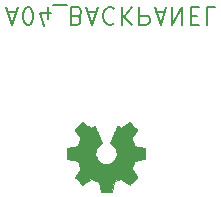
<source format=gbr>
G04 #@! TF.GenerationSoftware,KiCad,Pcbnew,5.1.5-52549c5~86~ubuntu18.04.1*
G04 #@! TF.CreationDate,2020-08-28T16:47:41-05:00*
G04 #@! TF.ProjectId,A04,4130342e-6b69-4636-9164-5f7063625858,rev?*
G04 #@! TF.SameCoordinates,Original*
G04 #@! TF.FileFunction,Legend,Bot*
G04 #@! TF.FilePolarity,Positive*
%FSLAX46Y46*%
G04 Gerber Fmt 4.6, Leading zero omitted, Abs format (unit mm)*
G04 Created by KiCad (PCBNEW 5.1.5-52549c5~86~ubuntu18.04.1) date 2020-08-28 16:47:41*
%MOMM*%
%LPD*%
G04 APERTURE LIST*
%ADD10C,0.150000*%
%ADD11C,0.010000*%
G04 APERTURE END LIST*
D10*
X30528714Y-27258200D02*
X31243000Y-27258200D01*
X30385857Y-26829628D02*
X30885857Y-28329628D01*
X31385857Y-26829628D01*
X32171571Y-28329628D02*
X32314428Y-28329628D01*
X32457285Y-28258200D01*
X32528714Y-28186771D01*
X32600142Y-28043914D01*
X32671571Y-27758200D01*
X32671571Y-27401057D01*
X32600142Y-27115342D01*
X32528714Y-26972485D01*
X32457285Y-26901057D01*
X32314428Y-26829628D01*
X32171571Y-26829628D01*
X32028714Y-26901057D01*
X31957285Y-26972485D01*
X31885857Y-27115342D01*
X31814428Y-27401057D01*
X31814428Y-27758200D01*
X31885857Y-28043914D01*
X31957285Y-28186771D01*
X32028714Y-28258200D01*
X32171571Y-28329628D01*
X33957285Y-27829628D02*
X33957285Y-26829628D01*
X33600142Y-28401057D02*
X33243000Y-27329628D01*
X34171571Y-27329628D01*
X34385857Y-26686771D02*
X35528714Y-26686771D01*
X36385857Y-27615342D02*
X36600142Y-27543914D01*
X36671571Y-27472485D01*
X36743000Y-27329628D01*
X36743000Y-27115342D01*
X36671571Y-26972485D01*
X36600142Y-26901057D01*
X36457285Y-26829628D01*
X35885857Y-26829628D01*
X35885857Y-28329628D01*
X36385857Y-28329628D01*
X36528714Y-28258200D01*
X36600142Y-28186771D01*
X36671571Y-28043914D01*
X36671571Y-27901057D01*
X36600142Y-27758200D01*
X36528714Y-27686771D01*
X36385857Y-27615342D01*
X35885857Y-27615342D01*
X37314428Y-27258200D02*
X38028714Y-27258200D01*
X37171571Y-26829628D02*
X37671571Y-28329628D01*
X38171571Y-26829628D01*
X39528714Y-26972485D02*
X39457285Y-26901057D01*
X39243000Y-26829628D01*
X39100142Y-26829628D01*
X38885857Y-26901057D01*
X38743000Y-27043914D01*
X38671571Y-27186771D01*
X38600142Y-27472485D01*
X38600142Y-27686771D01*
X38671571Y-27972485D01*
X38743000Y-28115342D01*
X38885857Y-28258200D01*
X39100142Y-28329628D01*
X39243000Y-28329628D01*
X39457285Y-28258200D01*
X39528714Y-28186771D01*
X40171571Y-26829628D02*
X40171571Y-28329628D01*
X41028714Y-26829628D02*
X40385857Y-27686771D01*
X41028714Y-28329628D02*
X40171571Y-27472485D01*
X41671571Y-26829628D02*
X41671571Y-28329628D01*
X42243000Y-28329628D01*
X42385857Y-28258200D01*
X42457285Y-28186771D01*
X42528714Y-28043914D01*
X42528714Y-27829628D01*
X42457285Y-27686771D01*
X42385857Y-27615342D01*
X42243000Y-27543914D01*
X41671571Y-27543914D01*
X43100142Y-27258200D02*
X43814428Y-27258200D01*
X42957285Y-26829628D02*
X43457285Y-28329628D01*
X43957285Y-26829628D01*
X44457285Y-26829628D02*
X44457285Y-28329628D01*
X45314428Y-26829628D01*
X45314428Y-28329628D01*
X46028714Y-27615342D02*
X46528714Y-27615342D01*
X46743000Y-26829628D02*
X46028714Y-26829628D01*
X46028714Y-28329628D01*
X46743000Y-28329628D01*
X48100142Y-26829628D02*
X47385857Y-26829628D01*
X47385857Y-28329628D01*
D11*
G36*
X39392414Y-42053469D02*
G01*
X39476235Y-41608845D01*
X39785520Y-41481347D01*
X40094806Y-41353849D01*
X40465846Y-41606154D01*
X40569757Y-41676404D01*
X40663687Y-41739128D01*
X40743252Y-41791462D01*
X40804070Y-41830543D01*
X40841757Y-41853507D01*
X40852021Y-41858458D01*
X40870510Y-41845724D01*
X40910020Y-41810518D01*
X40966122Y-41757338D01*
X41034387Y-41690682D01*
X41110386Y-41615046D01*
X41189692Y-41534928D01*
X41267875Y-41454826D01*
X41340507Y-41379236D01*
X41403159Y-41312655D01*
X41451403Y-41259582D01*
X41480810Y-41224513D01*
X41487841Y-41212777D01*
X41477723Y-41191140D01*
X41449359Y-41143738D01*
X41405729Y-41075207D01*
X41349818Y-40990185D01*
X41284606Y-40893307D01*
X41246819Y-40838050D01*
X41177943Y-40737152D01*
X41116740Y-40646101D01*
X41066178Y-40569430D01*
X41029228Y-40511672D01*
X41008858Y-40477357D01*
X41005797Y-40470146D01*
X41012736Y-40449652D01*
X41031651Y-40401887D01*
X41059687Y-40333568D01*
X41093991Y-40251411D01*
X41131709Y-40162130D01*
X41169987Y-40072442D01*
X41205970Y-39989062D01*
X41236806Y-39918706D01*
X41259639Y-39868090D01*
X41271617Y-39843929D01*
X41272324Y-39842978D01*
X41291131Y-39838364D01*
X41341218Y-39828072D01*
X41417393Y-39813113D01*
X41514465Y-39794499D01*
X41627243Y-39773241D01*
X41693042Y-39760982D01*
X41813550Y-39738038D01*
X41922397Y-39716205D01*
X42014076Y-39696678D01*
X42083081Y-39680652D01*
X42123904Y-39669321D01*
X42132111Y-39665726D01*
X42140148Y-39641394D01*
X42146633Y-39586441D01*
X42151570Y-39507292D01*
X42154964Y-39410374D01*
X42156818Y-39302113D01*
X42157138Y-39188935D01*
X42155927Y-39077265D01*
X42153190Y-38973532D01*
X42148931Y-38884159D01*
X42143155Y-38815574D01*
X42135867Y-38774203D01*
X42131495Y-38765590D01*
X42105364Y-38755267D01*
X42049993Y-38740508D01*
X41972707Y-38723048D01*
X41880830Y-38704620D01*
X41848758Y-38698659D01*
X41694124Y-38670334D01*
X41571975Y-38647524D01*
X41478273Y-38629320D01*
X41408984Y-38614817D01*
X41360071Y-38603108D01*
X41327497Y-38593285D01*
X41307228Y-38584444D01*
X41295226Y-38575676D01*
X41293547Y-38573943D01*
X41276784Y-38546029D01*
X41251214Y-38491705D01*
X41219388Y-38417623D01*
X41183860Y-38330435D01*
X41147183Y-38236792D01*
X41111911Y-38143348D01*
X41080596Y-38056753D01*
X41055793Y-37983660D01*
X41040054Y-37930722D01*
X41035932Y-37904589D01*
X41036276Y-37903674D01*
X41050241Y-37882314D01*
X41081922Y-37835316D01*
X41127991Y-37767573D01*
X41185118Y-37683977D01*
X41249973Y-37589418D01*
X41268443Y-37562546D01*
X41334299Y-37465125D01*
X41392250Y-37376237D01*
X41439138Y-37300988D01*
X41471807Y-37244480D01*
X41487100Y-37211819D01*
X41487841Y-37207807D01*
X41474992Y-37186716D01*
X41439488Y-37144936D01*
X41385893Y-37086955D01*
X41318771Y-37017265D01*
X41242687Y-36940355D01*
X41162204Y-36860717D01*
X41081887Y-36782839D01*
X41006299Y-36711214D01*
X40940005Y-36650330D01*
X40887569Y-36604679D01*
X40853555Y-36578750D01*
X40844145Y-36574517D01*
X40822243Y-36584488D01*
X40777400Y-36611380D01*
X40716921Y-36650664D01*
X40670389Y-36682283D01*
X40586075Y-36740302D01*
X40486226Y-36808616D01*
X40386073Y-36876821D01*
X40332227Y-36913325D01*
X40149971Y-37036600D01*
X39996981Y-36953880D01*
X39927282Y-36917641D01*
X39868014Y-36889474D01*
X39827911Y-36873409D01*
X39817703Y-36871174D01*
X39805429Y-36887678D01*
X39781213Y-36934318D01*
X39746863Y-37006791D01*
X39704188Y-37100794D01*
X39654994Y-37212026D01*
X39601090Y-37336185D01*
X39544284Y-37468968D01*
X39486382Y-37606073D01*
X39429193Y-37743198D01*
X39374524Y-37876042D01*
X39324184Y-38000302D01*
X39279980Y-38111675D01*
X39243719Y-38205861D01*
X39217209Y-38278556D01*
X39202258Y-38325459D01*
X39199854Y-38341567D01*
X39218911Y-38362114D01*
X39260636Y-38395467D01*
X39316306Y-38434698D01*
X39320978Y-38437801D01*
X39464864Y-38552977D01*
X39580883Y-38687347D01*
X39668030Y-38836616D01*
X39725299Y-38996487D01*
X39751686Y-39162663D01*
X39746185Y-39330848D01*
X39707790Y-39496745D01*
X39635495Y-39656058D01*
X39614226Y-39690913D01*
X39503596Y-39831663D01*
X39372902Y-39944686D01*
X39226664Y-40029397D01*
X39069408Y-40085206D01*
X38905657Y-40111526D01*
X38739933Y-40107770D01*
X38576762Y-40073350D01*
X38420665Y-40007677D01*
X38276167Y-39910165D01*
X38231469Y-39870587D01*
X38117712Y-39746697D01*
X38034818Y-39616276D01*
X37977956Y-39470085D01*
X37946287Y-39325312D01*
X37938469Y-39162540D01*
X37964538Y-38998960D01*
X38021845Y-38840102D01*
X38107744Y-38691494D01*
X38219586Y-38558665D01*
X38354723Y-38447144D01*
X38372483Y-38435389D01*
X38428750Y-38396892D01*
X38471523Y-38363537D01*
X38491972Y-38342240D01*
X38492269Y-38341567D01*
X38487879Y-38318529D01*
X38470476Y-38266243D01*
X38441868Y-38189010D01*
X38403865Y-38091132D01*
X38358274Y-37976909D01*
X38306903Y-37850642D01*
X38251562Y-37716633D01*
X38194058Y-37579182D01*
X38136201Y-37442592D01*
X38079798Y-37311163D01*
X38026658Y-37189195D01*
X37978590Y-37080991D01*
X37937401Y-36990851D01*
X37904901Y-36923077D01*
X37882897Y-36881970D01*
X37874036Y-36871174D01*
X37846960Y-36879581D01*
X37796297Y-36902128D01*
X37730783Y-36934787D01*
X37694759Y-36953880D01*
X37541768Y-37036600D01*
X37359512Y-36913325D01*
X37266475Y-36850172D01*
X37164615Y-36780673D01*
X37069162Y-36715235D01*
X37021350Y-36682283D01*
X36954105Y-36637127D01*
X36897164Y-36601343D01*
X36857954Y-36579462D01*
X36845219Y-36574837D01*
X36826683Y-36587315D01*
X36785659Y-36622148D01*
X36726125Y-36675722D01*
X36652058Y-36744417D01*
X36567435Y-36824619D01*
X36513915Y-36876114D01*
X36420281Y-36968114D01*
X36339359Y-37050401D01*
X36274423Y-37119455D01*
X36228742Y-37171756D01*
X36205589Y-37203784D01*
X36203368Y-37210284D01*
X36213676Y-37235006D01*
X36242161Y-37284995D01*
X36285663Y-37355188D01*
X36341023Y-37440525D01*
X36405080Y-37535944D01*
X36423297Y-37562546D01*
X36489673Y-37659233D01*
X36549222Y-37746283D01*
X36598616Y-37818805D01*
X36634525Y-37871907D01*
X36653619Y-37900697D01*
X36655464Y-37903674D01*
X36652705Y-37926618D01*
X36638062Y-37977064D01*
X36614087Y-38048359D01*
X36583334Y-38133853D01*
X36548356Y-38226893D01*
X36511707Y-38320826D01*
X36475939Y-38409001D01*
X36443606Y-38484766D01*
X36417262Y-38541469D01*
X36399458Y-38572457D01*
X36398193Y-38573943D01*
X36387306Y-38582799D01*
X36368918Y-38591557D01*
X36338994Y-38601123D01*
X36293497Y-38612404D01*
X36228391Y-38626307D01*
X36139639Y-38643737D01*
X36023207Y-38665602D01*
X35875058Y-38692809D01*
X35842982Y-38698659D01*
X35747914Y-38717026D01*
X35665035Y-38734995D01*
X35601670Y-38750831D01*
X35565142Y-38762800D01*
X35560244Y-38765590D01*
X35552173Y-38790328D01*
X35545613Y-38845610D01*
X35540567Y-38925011D01*
X35537041Y-39022104D01*
X35535039Y-39130462D01*
X35534564Y-39243660D01*
X35535623Y-39355272D01*
X35538218Y-39458871D01*
X35542354Y-39548032D01*
X35548037Y-39616328D01*
X35555269Y-39657334D01*
X35559629Y-39665726D01*
X35583902Y-39674192D01*
X35639174Y-39687965D01*
X35719938Y-39705850D01*
X35820688Y-39726652D01*
X35935917Y-39749177D01*
X35998698Y-39760982D01*
X36117813Y-39783249D01*
X36224035Y-39803421D01*
X36312173Y-39820485D01*
X36377034Y-39833431D01*
X36413426Y-39841245D01*
X36419416Y-39842978D01*
X36429539Y-39862510D01*
X36450938Y-39909557D01*
X36480761Y-39977397D01*
X36516155Y-40059309D01*
X36554268Y-40148572D01*
X36592247Y-40238465D01*
X36627240Y-40322265D01*
X36656394Y-40393253D01*
X36676857Y-40444706D01*
X36685777Y-40469903D01*
X36685943Y-40471004D01*
X36675831Y-40490881D01*
X36647483Y-40536623D01*
X36603877Y-40603683D01*
X36547994Y-40687516D01*
X36482813Y-40783574D01*
X36444921Y-40838750D01*
X36375875Y-40939919D01*
X36314550Y-41031770D01*
X36263937Y-41109656D01*
X36227029Y-41168931D01*
X36206818Y-41204949D01*
X36203899Y-41213023D01*
X36216447Y-41231816D01*
X36251137Y-41271943D01*
X36303537Y-41328907D01*
X36369216Y-41398215D01*
X36443744Y-41475369D01*
X36522687Y-41555875D01*
X36601617Y-41635237D01*
X36676100Y-41708960D01*
X36741706Y-41772548D01*
X36794004Y-41821506D01*
X36828561Y-41851339D01*
X36840122Y-41858458D01*
X36858946Y-41848447D01*
X36903969Y-41820322D01*
X36970813Y-41776946D01*
X37055101Y-41721182D01*
X37152456Y-41655894D01*
X37225893Y-41606154D01*
X37596933Y-41353849D01*
X38215505Y-41608845D01*
X38299325Y-42053469D01*
X38383146Y-42498093D01*
X39308594Y-42498093D01*
X39392414Y-42053469D01*
G37*
X39392414Y-42053469D02*
X39476235Y-41608845D01*
X39785520Y-41481347D01*
X40094806Y-41353849D01*
X40465846Y-41606154D01*
X40569757Y-41676404D01*
X40663687Y-41739128D01*
X40743252Y-41791462D01*
X40804070Y-41830543D01*
X40841757Y-41853507D01*
X40852021Y-41858458D01*
X40870510Y-41845724D01*
X40910020Y-41810518D01*
X40966122Y-41757338D01*
X41034387Y-41690682D01*
X41110386Y-41615046D01*
X41189692Y-41534928D01*
X41267875Y-41454826D01*
X41340507Y-41379236D01*
X41403159Y-41312655D01*
X41451403Y-41259582D01*
X41480810Y-41224513D01*
X41487841Y-41212777D01*
X41477723Y-41191140D01*
X41449359Y-41143738D01*
X41405729Y-41075207D01*
X41349818Y-40990185D01*
X41284606Y-40893307D01*
X41246819Y-40838050D01*
X41177943Y-40737152D01*
X41116740Y-40646101D01*
X41066178Y-40569430D01*
X41029228Y-40511672D01*
X41008858Y-40477357D01*
X41005797Y-40470146D01*
X41012736Y-40449652D01*
X41031651Y-40401887D01*
X41059687Y-40333568D01*
X41093991Y-40251411D01*
X41131709Y-40162130D01*
X41169987Y-40072442D01*
X41205970Y-39989062D01*
X41236806Y-39918706D01*
X41259639Y-39868090D01*
X41271617Y-39843929D01*
X41272324Y-39842978D01*
X41291131Y-39838364D01*
X41341218Y-39828072D01*
X41417393Y-39813113D01*
X41514465Y-39794499D01*
X41627243Y-39773241D01*
X41693042Y-39760982D01*
X41813550Y-39738038D01*
X41922397Y-39716205D01*
X42014076Y-39696678D01*
X42083081Y-39680652D01*
X42123904Y-39669321D01*
X42132111Y-39665726D01*
X42140148Y-39641394D01*
X42146633Y-39586441D01*
X42151570Y-39507292D01*
X42154964Y-39410374D01*
X42156818Y-39302113D01*
X42157138Y-39188935D01*
X42155927Y-39077265D01*
X42153190Y-38973532D01*
X42148931Y-38884159D01*
X42143155Y-38815574D01*
X42135867Y-38774203D01*
X42131495Y-38765590D01*
X42105364Y-38755267D01*
X42049993Y-38740508D01*
X41972707Y-38723048D01*
X41880830Y-38704620D01*
X41848758Y-38698659D01*
X41694124Y-38670334D01*
X41571975Y-38647524D01*
X41478273Y-38629320D01*
X41408984Y-38614817D01*
X41360071Y-38603108D01*
X41327497Y-38593285D01*
X41307228Y-38584444D01*
X41295226Y-38575676D01*
X41293547Y-38573943D01*
X41276784Y-38546029D01*
X41251214Y-38491705D01*
X41219388Y-38417623D01*
X41183860Y-38330435D01*
X41147183Y-38236792D01*
X41111911Y-38143348D01*
X41080596Y-38056753D01*
X41055793Y-37983660D01*
X41040054Y-37930722D01*
X41035932Y-37904589D01*
X41036276Y-37903674D01*
X41050241Y-37882314D01*
X41081922Y-37835316D01*
X41127991Y-37767573D01*
X41185118Y-37683977D01*
X41249973Y-37589418D01*
X41268443Y-37562546D01*
X41334299Y-37465125D01*
X41392250Y-37376237D01*
X41439138Y-37300988D01*
X41471807Y-37244480D01*
X41487100Y-37211819D01*
X41487841Y-37207807D01*
X41474992Y-37186716D01*
X41439488Y-37144936D01*
X41385893Y-37086955D01*
X41318771Y-37017265D01*
X41242687Y-36940355D01*
X41162204Y-36860717D01*
X41081887Y-36782839D01*
X41006299Y-36711214D01*
X40940005Y-36650330D01*
X40887569Y-36604679D01*
X40853555Y-36578750D01*
X40844145Y-36574517D01*
X40822243Y-36584488D01*
X40777400Y-36611380D01*
X40716921Y-36650664D01*
X40670389Y-36682283D01*
X40586075Y-36740302D01*
X40486226Y-36808616D01*
X40386073Y-36876821D01*
X40332227Y-36913325D01*
X40149971Y-37036600D01*
X39996981Y-36953880D01*
X39927282Y-36917641D01*
X39868014Y-36889474D01*
X39827911Y-36873409D01*
X39817703Y-36871174D01*
X39805429Y-36887678D01*
X39781213Y-36934318D01*
X39746863Y-37006791D01*
X39704188Y-37100794D01*
X39654994Y-37212026D01*
X39601090Y-37336185D01*
X39544284Y-37468968D01*
X39486382Y-37606073D01*
X39429193Y-37743198D01*
X39374524Y-37876042D01*
X39324184Y-38000302D01*
X39279980Y-38111675D01*
X39243719Y-38205861D01*
X39217209Y-38278556D01*
X39202258Y-38325459D01*
X39199854Y-38341567D01*
X39218911Y-38362114D01*
X39260636Y-38395467D01*
X39316306Y-38434698D01*
X39320978Y-38437801D01*
X39464864Y-38552977D01*
X39580883Y-38687347D01*
X39668030Y-38836616D01*
X39725299Y-38996487D01*
X39751686Y-39162663D01*
X39746185Y-39330848D01*
X39707790Y-39496745D01*
X39635495Y-39656058D01*
X39614226Y-39690913D01*
X39503596Y-39831663D01*
X39372902Y-39944686D01*
X39226664Y-40029397D01*
X39069408Y-40085206D01*
X38905657Y-40111526D01*
X38739933Y-40107770D01*
X38576762Y-40073350D01*
X38420665Y-40007677D01*
X38276167Y-39910165D01*
X38231469Y-39870587D01*
X38117712Y-39746697D01*
X38034818Y-39616276D01*
X37977956Y-39470085D01*
X37946287Y-39325312D01*
X37938469Y-39162540D01*
X37964538Y-38998960D01*
X38021845Y-38840102D01*
X38107744Y-38691494D01*
X38219586Y-38558665D01*
X38354723Y-38447144D01*
X38372483Y-38435389D01*
X38428750Y-38396892D01*
X38471523Y-38363537D01*
X38491972Y-38342240D01*
X38492269Y-38341567D01*
X38487879Y-38318529D01*
X38470476Y-38266243D01*
X38441868Y-38189010D01*
X38403865Y-38091132D01*
X38358274Y-37976909D01*
X38306903Y-37850642D01*
X38251562Y-37716633D01*
X38194058Y-37579182D01*
X38136201Y-37442592D01*
X38079798Y-37311163D01*
X38026658Y-37189195D01*
X37978590Y-37080991D01*
X37937401Y-36990851D01*
X37904901Y-36923077D01*
X37882897Y-36881970D01*
X37874036Y-36871174D01*
X37846960Y-36879581D01*
X37796297Y-36902128D01*
X37730783Y-36934787D01*
X37694759Y-36953880D01*
X37541768Y-37036600D01*
X37359512Y-36913325D01*
X37266475Y-36850172D01*
X37164615Y-36780673D01*
X37069162Y-36715235D01*
X37021350Y-36682283D01*
X36954105Y-36637127D01*
X36897164Y-36601343D01*
X36857954Y-36579462D01*
X36845219Y-36574837D01*
X36826683Y-36587315D01*
X36785659Y-36622148D01*
X36726125Y-36675722D01*
X36652058Y-36744417D01*
X36567435Y-36824619D01*
X36513915Y-36876114D01*
X36420281Y-36968114D01*
X36339359Y-37050401D01*
X36274423Y-37119455D01*
X36228742Y-37171756D01*
X36205589Y-37203784D01*
X36203368Y-37210284D01*
X36213676Y-37235006D01*
X36242161Y-37284995D01*
X36285663Y-37355188D01*
X36341023Y-37440525D01*
X36405080Y-37535944D01*
X36423297Y-37562546D01*
X36489673Y-37659233D01*
X36549222Y-37746283D01*
X36598616Y-37818805D01*
X36634525Y-37871907D01*
X36653619Y-37900697D01*
X36655464Y-37903674D01*
X36652705Y-37926618D01*
X36638062Y-37977064D01*
X36614087Y-38048359D01*
X36583334Y-38133853D01*
X36548356Y-38226893D01*
X36511707Y-38320826D01*
X36475939Y-38409001D01*
X36443606Y-38484766D01*
X36417262Y-38541469D01*
X36399458Y-38572457D01*
X36398193Y-38573943D01*
X36387306Y-38582799D01*
X36368918Y-38591557D01*
X36338994Y-38601123D01*
X36293497Y-38612404D01*
X36228391Y-38626307D01*
X36139639Y-38643737D01*
X36023207Y-38665602D01*
X35875058Y-38692809D01*
X35842982Y-38698659D01*
X35747914Y-38717026D01*
X35665035Y-38734995D01*
X35601670Y-38750831D01*
X35565142Y-38762800D01*
X35560244Y-38765590D01*
X35552173Y-38790328D01*
X35545613Y-38845610D01*
X35540567Y-38925011D01*
X35537041Y-39022104D01*
X35535039Y-39130462D01*
X35534564Y-39243660D01*
X35535623Y-39355272D01*
X35538218Y-39458871D01*
X35542354Y-39548032D01*
X35548037Y-39616328D01*
X35555269Y-39657334D01*
X35559629Y-39665726D01*
X35583902Y-39674192D01*
X35639174Y-39687965D01*
X35719938Y-39705850D01*
X35820688Y-39726652D01*
X35935917Y-39749177D01*
X35998698Y-39760982D01*
X36117813Y-39783249D01*
X36224035Y-39803421D01*
X36312173Y-39820485D01*
X36377034Y-39833431D01*
X36413426Y-39841245D01*
X36419416Y-39842978D01*
X36429539Y-39862510D01*
X36450938Y-39909557D01*
X36480761Y-39977397D01*
X36516155Y-40059309D01*
X36554268Y-40148572D01*
X36592247Y-40238465D01*
X36627240Y-40322265D01*
X36656394Y-40393253D01*
X36676857Y-40444706D01*
X36685777Y-40469903D01*
X36685943Y-40471004D01*
X36675831Y-40490881D01*
X36647483Y-40536623D01*
X36603877Y-40603683D01*
X36547994Y-40687516D01*
X36482813Y-40783574D01*
X36444921Y-40838750D01*
X36375875Y-40939919D01*
X36314550Y-41031770D01*
X36263937Y-41109656D01*
X36227029Y-41168931D01*
X36206818Y-41204949D01*
X36203899Y-41213023D01*
X36216447Y-41231816D01*
X36251137Y-41271943D01*
X36303537Y-41328907D01*
X36369216Y-41398215D01*
X36443744Y-41475369D01*
X36522687Y-41555875D01*
X36601617Y-41635237D01*
X36676100Y-41708960D01*
X36741706Y-41772548D01*
X36794004Y-41821506D01*
X36828561Y-41851339D01*
X36840122Y-41858458D01*
X36858946Y-41848447D01*
X36903969Y-41820322D01*
X36970813Y-41776946D01*
X37055101Y-41721182D01*
X37152456Y-41655894D01*
X37225893Y-41606154D01*
X37596933Y-41353849D01*
X38215505Y-41608845D01*
X38299325Y-42053469D01*
X38383146Y-42498093D01*
X39308594Y-42498093D01*
X39392414Y-42053469D01*
M02*

</source>
